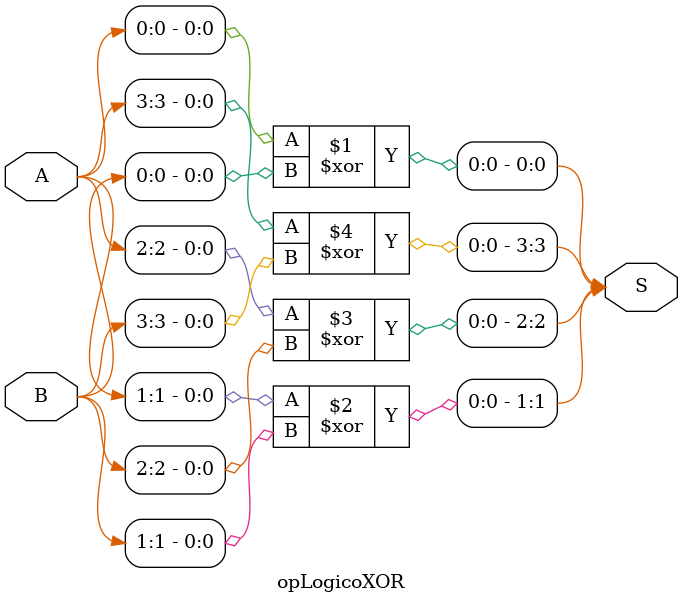
<source format=v>
	module opLogicoXOR(S, A, B);
	input [3:0] A, B;
	output [3:0] S;
	
	xor Xor0(S[0], A[0], B[0]);
	xor Xor1(S[1], A[1], B[1]);
	xor Xor2(S[2], A[2], B[2]);
	xor Xor3(S[3], A[3], B[3]);
	
endmodule

</source>
